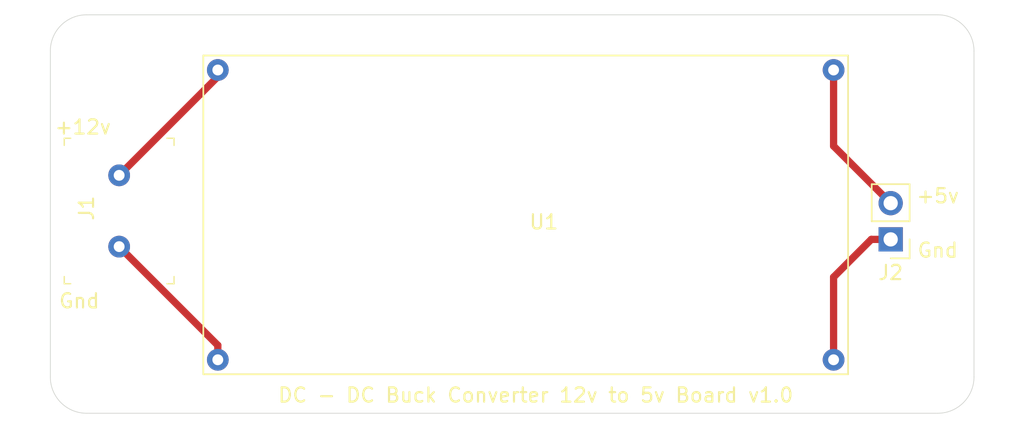
<source format=kicad_pcb>
(kicad_pcb (version 20171130) (host pcbnew "(5.1.2)-2")

  (general
    (thickness 1.6)
    (drawings 13)
    (tracks 9)
    (zones 0)
    (modules 7)
    (nets 5)
  )

  (page A4)
  (layers
    (0 F.Cu signal)
    (31 B.Cu signal)
    (32 B.Adhes user)
    (33 F.Adhes user)
    (34 B.Paste user)
    (35 F.Paste user)
    (36 B.SilkS user)
    (37 F.SilkS user)
    (38 B.Mask user)
    (39 F.Mask user)
    (40 Dwgs.User user)
    (41 Cmts.User user)
    (42 Eco1.User user)
    (43 Eco2.User user)
    (44 Edge.Cuts user)
    (45 Margin user)
    (46 B.CrtYd user)
    (47 F.CrtYd user)
    (48 B.Fab user)
    (49 F.Fab user)
  )

  (setup
    (last_trace_width 0.25)
    (user_trace_width 0.508)
    (trace_clearance 0.2)
    (zone_clearance 0.508)
    (zone_45_only no)
    (trace_min 0.2)
    (via_size 0.8)
    (via_drill 0.4)
    (via_min_size 0.4)
    (via_min_drill 0.3)
    (uvia_size 0.3)
    (uvia_drill 0.1)
    (uvias_allowed no)
    (uvia_min_size 0.2)
    (uvia_min_drill 0.1)
    (edge_width 0.05)
    (segment_width 0.2)
    (pcb_text_width 0.3)
    (pcb_text_size 1.5 1.5)
    (mod_edge_width 0.12)
    (mod_text_size 1 1)
    (mod_text_width 0.15)
    (pad_size 1.524 1.524)
    (pad_drill 0.762)
    (pad_to_mask_clearance 0.051)
    (solder_mask_min_width 0.25)
    (aux_axis_origin 0 0)
    (visible_elements 7FFFFFFF)
    (pcbplotparams
      (layerselection 0x010fc_ffffffff)
      (usegerberextensions false)
      (usegerberattributes false)
      (usegerberadvancedattributes false)
      (creategerberjobfile false)
      (excludeedgelayer true)
      (linewidth 0.100000)
      (plotframeref false)
      (viasonmask false)
      (mode 1)
      (useauxorigin false)
      (hpglpennumber 1)
      (hpglpenspeed 20)
      (hpglpendiameter 15.000000)
      (psnegative false)
      (psa4output false)
      (plotreference true)
      (plotvalue true)
      (plotinvisibletext false)
      (padsonsilk false)
      (subtractmaskfromsilk false)
      (outputformat 1)
      (mirror false)
      (drillshape 0)
      (scaleselection 1)
      (outputdirectory "Gerbers/"))
  )

  (net 0 "")
  (net 1 "Net-(J1-Pad1)")
  (net 2 "Net-(J1-Pad2)")
  (net 3 "Net-(J2-Pad1)")
  (net 4 "Net-(J2-Pad2)")

  (net_class Default "This is the default net class."
    (clearance 0.2)
    (trace_width 0.25)
    (via_dia 0.8)
    (via_drill 0.4)
    (uvia_dia 0.3)
    (uvia_drill 0.1)
    (add_net "Net-(J1-Pad1)")
    (add_net "Net-(J1-Pad2)")
    (add_net "Net-(J2-Pad1)")
    (add_net "Net-(J2-Pad2)")
  )

  (module MountingHole:MountingHole_3mm (layer F.Cu) (tedit 56D1B4CB) (tstamp 5D9958DD)
    (at 175.26 62.23)
    (descr "Mounting Hole 3mm, no annular")
    (tags "mounting hole 3mm no annular")
    (attr virtual)
    (fp_text reference " " (at 0 -4) (layer F.SilkS)
      (effects (font (size 1 1) (thickness 0.15)))
    )
    (fp_text value MountingHole_3mm (at 0 4) (layer F.Fab)
      (effects (font (size 1 1) (thickness 0.15)))
    )
    (fp_circle (center 0 0) (end 3.25 0) (layer F.CrtYd) (width 0.05))
    (fp_circle (center 0 0) (end 3 0) (layer Cmts.User) (width 0.15))
    (fp_text user %R (at 0.3 0) (layer F.Fab)
      (effects (font (size 1 1) (thickness 0.15)))
    )
    (pad 1 np_thru_hole circle (at 0 0) (size 3 3) (drill 3) (layers *.Cu *.Mask))
  )

  (module MountingHole:MountingHole_3mm (layer F.Cu) (tedit 56D1B4CB) (tstamp 5D9958A9)
    (at 175.26 82.55)
    (descr "Mounting Hole 3mm, no annular")
    (tags "mounting hole 3mm no annular")
    (attr virtual)
    (fp_text reference " " (at 0 -4) (layer F.SilkS)
      (effects (font (size 1 1) (thickness 0.15)))
    )
    (fp_text value MountingHole_3mm (at 0 4) (layer F.Fab)
      (effects (font (size 1 1) (thickness 0.15)))
    )
    (fp_circle (center 0 0) (end 3.25 0) (layer F.CrtYd) (width 0.05))
    (fp_circle (center 0 0) (end 3 0) (layer Cmts.User) (width 0.15))
    (fp_text user %R (at 0.3 0) (layer F.Fab)
      (effects (font (size 1 1) (thickness 0.15)))
    )
    (pad 1 np_thru_hole circle (at 0 0) (size 3 3) (drill 3) (layers *.Cu *.Mask))
  )

  (module MountingHole:MountingHole_3mm (layer F.Cu) (tedit 56D1B4CB) (tstamp 5D99588C)
    (at 118.11 82.55)
    (descr "Mounting Hole 3mm, no annular")
    (tags "mounting hole 3mm no annular")
    (attr virtual)
    (fp_text reference " " (at 0 -4) (layer F.SilkS)
      (effects (font (size 1 1) (thickness 0.15)))
    )
    (fp_text value MountingHole_3mm (at 0 4) (layer F.Fab)
      (effects (font (size 1 1) (thickness 0.15)))
    )
    (fp_circle (center 0 0) (end 3.25 0) (layer F.CrtYd) (width 0.05))
    (fp_circle (center 0 0) (end 3 0) (layer Cmts.User) (width 0.15))
    (fp_text user %R (at 0.3 0) (layer F.Fab)
      (effects (font (size 1 1) (thickness 0.15)))
    )
    (pad 1 np_thru_hole circle (at 0 0) (size 3 3) (drill 3) (layers *.Cu *.Mask))
  )

  (module MountingHole:MountingHole_3mm (layer F.Cu) (tedit 56D1B4CB) (tstamp 5D99586F)
    (at 118.11 62.23)
    (descr "Mounting Hole 3mm, no annular")
    (tags "mounting hole 3mm no annular")
    (attr virtual)
    (fp_text reference " " (at 0 -4) (layer F.SilkS)
      (effects (font (size 1 1) (thickness 0.15)))
    )
    (fp_text value MountingHole_3mm (at 0 4) (layer F.Fab)
      (effects (font (size 1 1) (thickness 0.15)))
    )
    (fp_circle (center 0 0) (end 3.25 0) (layer F.CrtYd) (width 0.05))
    (fp_circle (center 0 0) (end 3 0) (layer Cmts.User) (width 0.15))
    (fp_text user %R (at 0.3 0) (layer F.Fab)
      (effects (font (size 1 1) (thickness 0.15)))
    )
    (pad 1 np_thru_hole circle (at 0 0) (size 3 3) (drill 3) (layers *.Cu *.Mask))
  )

  (module digikey-footprints:Term_Block_1x2_P5mm (layer F.Cu) (tedit 5AA69DF1) (tstamp 5D99541F)
    (at 119.126 74.676 90)
    (descr http://www.on-shore.com/wp-content/uploads/2015/09/osttcxx0162.pdf)
    (path /5D99545E)
    (fp_text reference J1 (at 2.7 -2.286 90) (layer F.SilkS)
      (effects (font (size 1 1) (thickness 0.15)))
    )
    (fp_text value Screw_Terminal_01x02 (at 2.05 5.05 90) (layer F.Fab)
      (effects (font (size 1 1) (thickness 0.15)))
    )
    (fp_text user %R (at 2.5 0 90) (layer F.Fab)
      (effects (font (size 1 1) (thickness 0.15)))
    )
    (fp_line (start 7.6 3.85) (end 7.1 3.85) (layer F.SilkS) (width 0.1))
    (fp_line (start 7.6 3.85) (end 7.6 3.35) (layer F.SilkS) (width 0.1))
    (fp_line (start -2.6 3.85) (end -2.6 3.35) (layer F.SilkS) (width 0.1))
    (fp_line (start -2.6 3.85) (end -2.1 3.85) (layer F.SilkS) (width 0.1))
    (fp_line (start -2.6 -3.85) (end -2.1 -3.85) (layer F.SilkS) (width 0.1))
    (fp_line (start -2.6 -3.85) (end -2.6 -3.4) (layer F.SilkS) (width 0.1))
    (fp_line (start 7.6 -3.85) (end 7.6 -3.4) (layer F.SilkS) (width 0.1))
    (fp_line (start 7.6 -3.85) (end 7.1 -3.85) (layer F.SilkS) (width 0.1))
    (fp_line (start -2.75 -4) (end 7.75 -4) (layer F.CrtYd) (width 0.05))
    (fp_line (start 7.75 -4) (end 7.75 4) (layer F.CrtYd) (width 0.05))
    (fp_line (start -2.75 4) (end 7.75 4) (layer F.CrtYd) (width 0.05))
    (fp_line (start 7.5 -3.75) (end 7.5 3.75) (layer F.Fab) (width 0.1))
    (fp_line (start 7.5 3.75) (end -2.5 3.75) (layer F.Fab) (width 0.1))
    (fp_line (start 7.5 -3.75) (end -2.5 -3.75) (layer F.Fab) (width 0.1))
    (fp_line (start -2.75 -4) (end -2.75 4) (layer F.CrtYd) (width 0.05))
    (fp_line (start -2.5 -3.75) (end -2.5 3.75) (layer F.Fab) (width 0.1))
    (pad 1 thru_hole circle (at 0 0 90) (size 1.524 1.524) (drill 0.762) (layers *.Cu *.Mask)
      (net 1 "Net-(J1-Pad1)"))
    (pad 2 thru_hole circle (at 5 0 90) (size 1.524 1.524) (drill 0.762) (layers *.Cu *.Mask)
      (net 2 "Net-(J1-Pad2)"))
  )

  (module Connector_PinHeader_2.54mm:PinHeader_1x02_P2.54mm_Vertical (layer F.Cu) (tedit 59FED5CC) (tstamp 5D99532C)
    (at 173.228 74.168 180)
    (descr "Through hole straight pin header, 1x02, 2.54mm pitch, single row")
    (tags "Through hole pin header THT 1x02 2.54mm single row")
    (path /5D99419C)
    (fp_text reference J2 (at 0 -2.33) (layer F.SilkS)
      (effects (font (size 1 1) (thickness 0.15)))
    )
    (fp_text value Conn_01x02_Male (at 0 4.87) (layer F.Fab)
      (effects (font (size 1 1) (thickness 0.15)))
    )
    (fp_line (start -0.635 -1.27) (end 1.27 -1.27) (layer F.Fab) (width 0.1))
    (fp_line (start 1.27 -1.27) (end 1.27 3.81) (layer F.Fab) (width 0.1))
    (fp_line (start 1.27 3.81) (end -1.27 3.81) (layer F.Fab) (width 0.1))
    (fp_line (start -1.27 3.81) (end -1.27 -0.635) (layer F.Fab) (width 0.1))
    (fp_line (start -1.27 -0.635) (end -0.635 -1.27) (layer F.Fab) (width 0.1))
    (fp_line (start -1.33 3.87) (end 1.33 3.87) (layer F.SilkS) (width 0.12))
    (fp_line (start -1.33 1.27) (end -1.33 3.87) (layer F.SilkS) (width 0.12))
    (fp_line (start 1.33 1.27) (end 1.33 3.87) (layer F.SilkS) (width 0.12))
    (fp_line (start -1.33 1.27) (end 1.33 1.27) (layer F.SilkS) (width 0.12))
    (fp_line (start -1.33 0) (end -1.33 -1.33) (layer F.SilkS) (width 0.12))
    (fp_line (start -1.33 -1.33) (end 0 -1.33) (layer F.SilkS) (width 0.12))
    (fp_line (start -1.8 -1.8) (end -1.8 4.35) (layer F.CrtYd) (width 0.05))
    (fp_line (start -1.8 4.35) (end 1.8 4.35) (layer F.CrtYd) (width 0.05))
    (fp_line (start 1.8 4.35) (end 1.8 -1.8) (layer F.CrtYd) (width 0.05))
    (fp_line (start 1.8 -1.8) (end -1.8 -1.8) (layer F.CrtYd) (width 0.05))
    (fp_text user %R (at 0 1.27 180) (layer F.Fab)
      (effects (font (size 1 1) (thickness 0.15)))
    )
    (pad 1 thru_hole rect (at 0 0 180) (size 1.7 1.7) (drill 1) (layers *.Cu *.Mask)
      (net 3 "Net-(J2-Pad1)"))
    (pad 2 thru_hole oval (at 0 2.54 180) (size 1.7 1.7) (drill 1) (layers *.Cu *.Mask)
      (net 4 "Net-(J2-Pad2)"))
    (model ${KISYS3DMOD}/Connector_PinHeader_2.54mm.3dshapes/PinHeader_1x02_P2.54mm_Vertical.wrl
      (at (xyz 0 0 0))
      (scale (xyz 1 1 1))
      (rotate (xyz 0 0 0))
    )
  )

  (module PowerBreakout:LM2596Adj (layer F.Cu) (tedit 5D9906D7) (tstamp 5D995338)
    (at 148.904001 72.450001)
    (path /5D990B47)
    (fp_text reference U1 (at 0 0.5) (layer F.SilkS)
      (effects (font (size 1 1) (thickness 0.15)))
    )
    (fp_text value LM2596Adj (at 0 -1.524) (layer F.Fab)
      (effects (font (size 1 1) (thickness 0.15)))
    )
    (fp_line (start -23.876 -11.176) (end -23.876 11.176) (layer F.SilkS) (width 0.12))
    (fp_line (start -23.876 11.176) (end 21.336 11.176) (layer F.SilkS) (width 0.12))
    (fp_line (start 21.336 11.176) (end 21.336 -11.176) (layer F.SilkS) (width 0.12))
    (fp_line (start 21.336 -11.176) (end -23.876 -11.176) (layer F.SilkS) (width 0.12))
    (pad 1 thru_hole circle (at -22.86 -10.16) (size 1.524 1.524) (drill 0.762) (layers *.Cu *.Mask)
      (net 2 "Net-(J1-Pad2)"))
    (pad 2 thru_hole circle (at -22.86 10.16) (size 1.524 1.524) (drill 0.762) (layers *.Cu *.Mask)
      (net 1 "Net-(J1-Pad1)"))
    (pad 3 thru_hole circle (at 20.32 -10.16) (size 1.524 1.524) (drill 0.762) (layers *.Cu *.Mask)
      (net 4 "Net-(J2-Pad2)"))
    (pad 4 thru_hole circle (at 20.32 10.16) (size 1.524 1.524) (drill 0.762) (layers *.Cu *.Mask)
      (net 3 "Net-(J2-Pad1)"))
  )

  (gr_text "DC - DC Buck Converter 12v to 5v Board v1.0" (at 148.336 85.09) (layer F.SilkS)
    (effects (font (size 1 1) (thickness 0.15)))
  )
  (gr_text +12v (at 116.586 66.294) (layer F.SilkS)
    (effects (font (size 1 1) (thickness 0.15)))
  )
  (gr_text Gnd (at 116.332 78.486) (layer F.SilkS)
    (effects (font (size 1 1) (thickness 0.15)))
  )
  (gr_text Gnd (at 176.53 74.93) (layer F.SilkS)
    (effects (font (size 1 1) (thickness 0.15)))
  )
  (gr_text +5v (at 176.53 71.12) (layer F.SilkS)
    (effects (font (size 1 1) (thickness 0.15)))
  )
  (gr_arc (start 176.53 60.96) (end 179.07 60.96) (angle -90) (layer Edge.Cuts) (width 0.05))
  (gr_arc (start 176.53 83.82) (end 176.53 86.36) (angle -90) (layer Edge.Cuts) (width 0.05))
  (gr_arc (start 116.84 83.82) (end 114.3 83.82) (angle -90) (layer Edge.Cuts) (width 0.05))
  (gr_arc (start 116.84 60.96) (end 116.84 58.42) (angle -90) (layer Edge.Cuts) (width 0.05))
  (gr_line (start 114.3 83.82) (end 114.3 60.96) (layer Edge.Cuts) (width 0.05))
  (gr_line (start 176.53 86.36) (end 116.84 86.36) (layer Edge.Cuts) (width 0.05))
  (gr_line (start 179.07 60.96) (end 179.07 83.82) (layer Edge.Cuts) (width 0.05))
  (gr_line (start 116.84 58.42) (end 176.53 58.42) (layer Edge.Cuts) (width 0.05))

  (segment (start 126.044001 81.594001) (end 126.044001 82.610001) (width 0.508) (layer F.Cu) (net 1))
  (segment (start 119.126 74.676) (end 126.044001 81.594001) (width 0.508) (layer F.Cu) (net 1))
  (segment (start 126.044001 62.757999) (end 126.044001 62.290001) (width 0.508) (layer F.Cu) (net 2))
  (segment (start 119.126 69.676) (end 126.044001 62.757999) (width 0.508) (layer F.Cu) (net 2))
  (segment (start 171.87 74.168) (end 173.228 74.168) (width 0.508) (layer F.Cu) (net 3))
  (segment (start 169.224001 76.813999) (end 171.87 74.168) (width 0.508) (layer F.Cu) (net 3))
  (segment (start 169.224001 82.610001) (end 169.224001 76.813999) (width 0.508) (layer F.Cu) (net 3))
  (segment (start 169.224001 67.624001) (end 173.228 71.628) (width 0.508) (layer F.Cu) (net 4))
  (segment (start 169.224001 62.290001) (end 169.224001 67.624001) (width 0.508) (layer F.Cu) (net 4))

)

</source>
